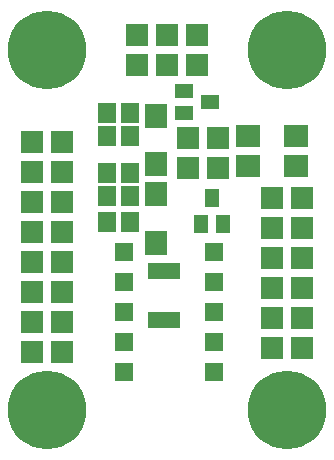
<source format=gbr>
G75*
G70*
%OFA0B0*%
%FSLAX24Y24*%
%IPPOS*%
%LPD*%
%AMOC8*
5,1,8,0,0,1.08239X$1,22.5*
%
%ADD10R,0.0592X0.0671*%
%ADD11R,0.0749X0.0789*%
%ADD12R,0.0789X0.0749*%
%ADD13R,0.0474X0.0631*%
%ADD14R,0.0631X0.0474*%
%ADD15R,0.0634X0.0634*%
%ADD16R,0.0730X0.0730*%
%ADD17C,0.2620*%
%ADD18R,0.1080X0.0580*%
D10*
X004181Y009555D03*
X004181Y010430D03*
X004181Y011180D03*
X004929Y011180D03*
X004929Y010430D03*
X004929Y009555D03*
X004929Y012430D03*
X004929Y013180D03*
X004181Y013180D03*
X004181Y012430D03*
D11*
X005805Y013112D03*
X005805Y011498D03*
X005805Y010487D03*
X005805Y008873D03*
D12*
X008873Y011430D03*
X008873Y012430D03*
X010487Y012430D03*
X010487Y011430D03*
D13*
X008054Y009497D03*
X007680Y010363D03*
X007306Y009497D03*
D14*
X006747Y013181D03*
X006747Y013929D03*
X007613Y013555D03*
D15*
X007743Y008555D03*
X007743Y007555D03*
X007743Y006555D03*
X007743Y005555D03*
X007743Y004555D03*
X004743Y004555D03*
X004743Y005555D03*
X004743Y006555D03*
X004743Y007555D03*
X004743Y008555D03*
D16*
X002680Y008243D03*
X002680Y009243D03*
X002680Y010243D03*
X002680Y011243D03*
X002680Y012243D03*
X001680Y012243D03*
X001680Y011243D03*
X001680Y010243D03*
X001680Y009243D03*
X001680Y008243D03*
X001680Y007243D03*
X001680Y006243D03*
X001680Y005243D03*
X002680Y005243D03*
X002680Y006243D03*
X002680Y007243D03*
X006868Y011368D03*
X006868Y012368D03*
X007868Y012368D03*
X007868Y011368D03*
X009680Y010368D03*
X009680Y009368D03*
X009680Y008368D03*
X009680Y007368D03*
X009680Y006368D03*
X009680Y005368D03*
X010680Y005368D03*
X010680Y006368D03*
X010680Y007368D03*
X010680Y008368D03*
X010680Y009368D03*
X010680Y010368D03*
X007180Y014805D03*
X007180Y015805D03*
X006180Y015805D03*
X006180Y014805D03*
X005180Y014805D03*
X005180Y015805D03*
D17*
X002180Y003305D03*
X002180Y015305D03*
X010180Y015305D03*
X010180Y003305D03*
D18*
X006055Y006305D03*
X006055Y007930D03*
M02*

</source>
